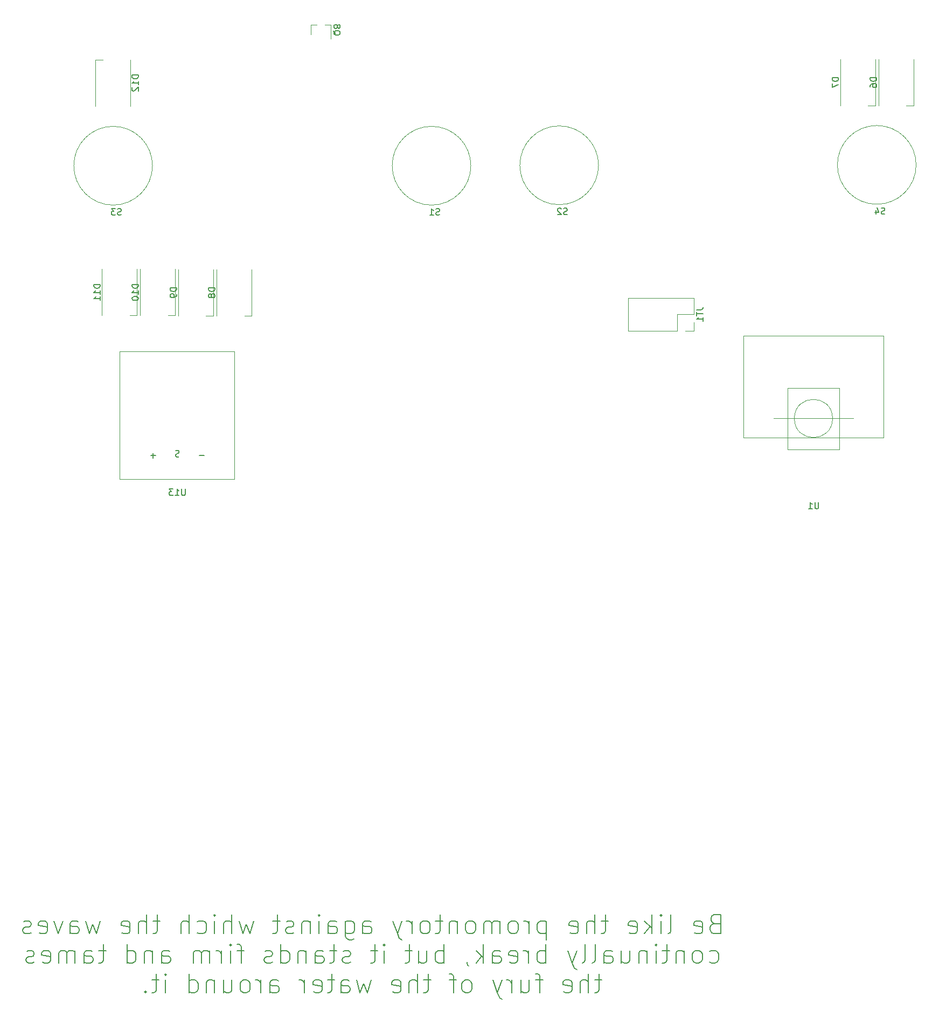
<source format=gbr>
%TF.GenerationSoftware,KiCad,Pcbnew,5.1.7-a382d34a8~88~ubuntu20.04.1*%
%TF.CreationDate,2021-05-08T15:19:39+02:00*%
%TF.ProjectId,OpenCelluloid,4f70656e-4365-46c6-9c75-6c6f69642e6b,rev?*%
%TF.SameCoordinates,Original*%
%TF.FileFunction,Legend,Bot*%
%TF.FilePolarity,Positive*%
%FSLAX46Y46*%
G04 Gerber Fmt 4.6, Leading zero omitted, Abs format (unit mm)*
G04 Created by KiCad (PCBNEW 5.1.7-a382d34a8~88~ubuntu20.04.1) date 2021-05-08 15:19:39*
%MOMM*%
%LPD*%
G01*
G04 APERTURE LIST*
%ADD10C,0.150000*%
%ADD11C,0.120000*%
G04 APERTURE END LIST*
D10*
X309535714Y-250885714D02*
X309107142Y-251028571D01*
X308964285Y-251171428D01*
X308821428Y-251457142D01*
X308821428Y-251885714D01*
X308964285Y-252171428D01*
X309107142Y-252314285D01*
X309392857Y-252457142D01*
X310535714Y-252457142D01*
X310535714Y-249457142D01*
X309535714Y-249457142D01*
X309250000Y-249600000D01*
X309107142Y-249742857D01*
X308964285Y-250028571D01*
X308964285Y-250314285D01*
X309107142Y-250600000D01*
X309250000Y-250742857D01*
X309535714Y-250885714D01*
X310535714Y-250885714D01*
X306392857Y-252314285D02*
X306678571Y-252457142D01*
X307250000Y-252457142D01*
X307535714Y-252314285D01*
X307678571Y-252028571D01*
X307678571Y-250885714D01*
X307535714Y-250600000D01*
X307250000Y-250457142D01*
X306678571Y-250457142D01*
X306392857Y-250600000D01*
X306250000Y-250885714D01*
X306250000Y-251171428D01*
X307678571Y-251457142D01*
X302250000Y-252457142D02*
X302535714Y-252314285D01*
X302678571Y-252028571D01*
X302678571Y-249457142D01*
X301107142Y-252457142D02*
X301107142Y-250457142D01*
X301107142Y-249457142D02*
X301250000Y-249600000D01*
X301107142Y-249742857D01*
X300964285Y-249600000D01*
X301107142Y-249457142D01*
X301107142Y-249742857D01*
X299678571Y-252457142D02*
X299678571Y-249457142D01*
X299392857Y-251314285D02*
X298535714Y-252457142D01*
X298535714Y-250457142D02*
X299678571Y-251600000D01*
X296107142Y-252314285D02*
X296392857Y-252457142D01*
X296964285Y-252457142D01*
X297250000Y-252314285D01*
X297392857Y-252028571D01*
X297392857Y-250885714D01*
X297250000Y-250600000D01*
X296964285Y-250457142D01*
X296392857Y-250457142D01*
X296107142Y-250600000D01*
X295964285Y-250885714D01*
X295964285Y-251171428D01*
X297392857Y-251457142D01*
X292821428Y-250457142D02*
X291678571Y-250457142D01*
X292392857Y-249457142D02*
X292392857Y-252028571D01*
X292250000Y-252314285D01*
X291964285Y-252457142D01*
X291678571Y-252457142D01*
X290678571Y-252457142D02*
X290678571Y-249457142D01*
X289392857Y-252457142D02*
X289392857Y-250885714D01*
X289535714Y-250600000D01*
X289821428Y-250457142D01*
X290250000Y-250457142D01*
X290535714Y-250600000D01*
X290678571Y-250742857D01*
X286821428Y-252314285D02*
X287107142Y-252457142D01*
X287678571Y-252457142D01*
X287964285Y-252314285D01*
X288107142Y-252028571D01*
X288107142Y-250885714D01*
X287964285Y-250600000D01*
X287678571Y-250457142D01*
X287107142Y-250457142D01*
X286821428Y-250600000D01*
X286678571Y-250885714D01*
X286678571Y-251171428D01*
X288107142Y-251457142D01*
X283107142Y-250457142D02*
X283107142Y-253457142D01*
X283107142Y-250600000D02*
X282821428Y-250457142D01*
X282250000Y-250457142D01*
X281964285Y-250600000D01*
X281821428Y-250742857D01*
X281678571Y-251028571D01*
X281678571Y-251885714D01*
X281821428Y-252171428D01*
X281964285Y-252314285D01*
X282250000Y-252457142D01*
X282821428Y-252457142D01*
X283107142Y-252314285D01*
X280392857Y-252457142D02*
X280392857Y-250457142D01*
X280392857Y-251028571D02*
X280250000Y-250742857D01*
X280107142Y-250600000D01*
X279821428Y-250457142D01*
X279535714Y-250457142D01*
X278107142Y-252457142D02*
X278392857Y-252314285D01*
X278535714Y-252171428D01*
X278678571Y-251885714D01*
X278678571Y-251028571D01*
X278535714Y-250742857D01*
X278392857Y-250600000D01*
X278107142Y-250457142D01*
X277678571Y-250457142D01*
X277392857Y-250600000D01*
X277250000Y-250742857D01*
X277107142Y-251028571D01*
X277107142Y-251885714D01*
X277250000Y-252171428D01*
X277392857Y-252314285D01*
X277678571Y-252457142D01*
X278107142Y-252457142D01*
X275821428Y-252457142D02*
X275821428Y-250457142D01*
X275821428Y-250742857D02*
X275678571Y-250600000D01*
X275392857Y-250457142D01*
X274964285Y-250457142D01*
X274678571Y-250600000D01*
X274535714Y-250885714D01*
X274535714Y-252457142D01*
X274535714Y-250885714D02*
X274392857Y-250600000D01*
X274107142Y-250457142D01*
X273678571Y-250457142D01*
X273392857Y-250600000D01*
X273250000Y-250885714D01*
X273250000Y-252457142D01*
X271392857Y-252457142D02*
X271678571Y-252314285D01*
X271821428Y-252171428D01*
X271964285Y-251885714D01*
X271964285Y-251028571D01*
X271821428Y-250742857D01*
X271678571Y-250600000D01*
X271392857Y-250457142D01*
X270964285Y-250457142D01*
X270678571Y-250600000D01*
X270535714Y-250742857D01*
X270392857Y-251028571D01*
X270392857Y-251885714D01*
X270535714Y-252171428D01*
X270678571Y-252314285D01*
X270964285Y-252457142D01*
X271392857Y-252457142D01*
X269107142Y-250457142D02*
X269107142Y-252457142D01*
X269107142Y-250742857D02*
X268964285Y-250600000D01*
X268678571Y-250457142D01*
X268250000Y-250457142D01*
X267964285Y-250600000D01*
X267821428Y-250885714D01*
X267821428Y-252457142D01*
X266821428Y-250457142D02*
X265678571Y-250457142D01*
X266392857Y-249457142D02*
X266392857Y-252028571D01*
X266250000Y-252314285D01*
X265964285Y-252457142D01*
X265678571Y-252457142D01*
X264250000Y-252457142D02*
X264535714Y-252314285D01*
X264678571Y-252171428D01*
X264821428Y-251885714D01*
X264821428Y-251028571D01*
X264678571Y-250742857D01*
X264535714Y-250600000D01*
X264250000Y-250457142D01*
X263821428Y-250457142D01*
X263535714Y-250600000D01*
X263392857Y-250742857D01*
X263250000Y-251028571D01*
X263250000Y-251885714D01*
X263392857Y-252171428D01*
X263535714Y-252314285D01*
X263821428Y-252457142D01*
X264250000Y-252457142D01*
X261964285Y-252457142D02*
X261964285Y-250457142D01*
X261964285Y-251028571D02*
X261821428Y-250742857D01*
X261678571Y-250600000D01*
X261392857Y-250457142D01*
X261107142Y-250457142D01*
X260392857Y-250457142D02*
X259678571Y-252457142D01*
X258964285Y-250457142D02*
X259678571Y-252457142D01*
X259964285Y-253171428D01*
X260107142Y-253314285D01*
X260392857Y-253457142D01*
X254250000Y-252457142D02*
X254250000Y-250885714D01*
X254392857Y-250600000D01*
X254678571Y-250457142D01*
X255250000Y-250457142D01*
X255535714Y-250600000D01*
X254250000Y-252314285D02*
X254535714Y-252457142D01*
X255250000Y-252457142D01*
X255535714Y-252314285D01*
X255678571Y-252028571D01*
X255678571Y-251742857D01*
X255535714Y-251457142D01*
X255250000Y-251314285D01*
X254535714Y-251314285D01*
X254250000Y-251171428D01*
X251535714Y-250457142D02*
X251535714Y-252885714D01*
X251678571Y-253171428D01*
X251821428Y-253314285D01*
X252107142Y-253457142D01*
X252535714Y-253457142D01*
X252821428Y-253314285D01*
X251535714Y-252314285D02*
X251821428Y-252457142D01*
X252392857Y-252457142D01*
X252678571Y-252314285D01*
X252821428Y-252171428D01*
X252964285Y-251885714D01*
X252964285Y-251028571D01*
X252821428Y-250742857D01*
X252678571Y-250600000D01*
X252392857Y-250457142D01*
X251821428Y-250457142D01*
X251535714Y-250600000D01*
X248821428Y-252457142D02*
X248821428Y-250885714D01*
X248964285Y-250600000D01*
X249250000Y-250457142D01*
X249821428Y-250457142D01*
X250107142Y-250600000D01*
X248821428Y-252314285D02*
X249107142Y-252457142D01*
X249821428Y-252457142D01*
X250107142Y-252314285D01*
X250250000Y-252028571D01*
X250250000Y-251742857D01*
X250107142Y-251457142D01*
X249821428Y-251314285D01*
X249107142Y-251314285D01*
X248821428Y-251171428D01*
X247392857Y-252457142D02*
X247392857Y-250457142D01*
X247392857Y-249457142D02*
X247535714Y-249600000D01*
X247392857Y-249742857D01*
X247250000Y-249600000D01*
X247392857Y-249457142D01*
X247392857Y-249742857D01*
X245964285Y-250457142D02*
X245964285Y-252457142D01*
X245964285Y-250742857D02*
X245821428Y-250600000D01*
X245535714Y-250457142D01*
X245107142Y-250457142D01*
X244821428Y-250600000D01*
X244678571Y-250885714D01*
X244678571Y-252457142D01*
X243392857Y-252314285D02*
X243107142Y-252457142D01*
X242535714Y-252457142D01*
X242250000Y-252314285D01*
X242107142Y-252028571D01*
X242107142Y-251885714D01*
X242250000Y-251600000D01*
X242535714Y-251457142D01*
X242964285Y-251457142D01*
X243250000Y-251314285D01*
X243392857Y-251028571D01*
X243392857Y-250885714D01*
X243250000Y-250600000D01*
X242964285Y-250457142D01*
X242535714Y-250457142D01*
X242250000Y-250600000D01*
X241250000Y-250457142D02*
X240107142Y-250457142D01*
X240821428Y-249457142D02*
X240821428Y-252028571D01*
X240678571Y-252314285D01*
X240392857Y-252457142D01*
X240107142Y-252457142D01*
X237107142Y-250457142D02*
X236535714Y-252457142D01*
X235964285Y-251028571D01*
X235392857Y-252457142D01*
X234821428Y-250457142D01*
X233678571Y-252457142D02*
X233678571Y-249457142D01*
X232392857Y-252457142D02*
X232392857Y-250885714D01*
X232535714Y-250600000D01*
X232821428Y-250457142D01*
X233250000Y-250457142D01*
X233535714Y-250600000D01*
X233678571Y-250742857D01*
X230964285Y-252457142D02*
X230964285Y-250457142D01*
X230964285Y-249457142D02*
X231107142Y-249600000D01*
X230964285Y-249742857D01*
X230821428Y-249600000D01*
X230964285Y-249457142D01*
X230964285Y-249742857D01*
X228250000Y-252314285D02*
X228535714Y-252457142D01*
X229107142Y-252457142D01*
X229392857Y-252314285D01*
X229535714Y-252171428D01*
X229678571Y-251885714D01*
X229678571Y-251028571D01*
X229535714Y-250742857D01*
X229392857Y-250600000D01*
X229107142Y-250457142D01*
X228535714Y-250457142D01*
X228250000Y-250600000D01*
X226964285Y-252457142D02*
X226964285Y-249457142D01*
X225678571Y-252457142D02*
X225678571Y-250885714D01*
X225821428Y-250600000D01*
X226107142Y-250457142D01*
X226535714Y-250457142D01*
X226821428Y-250600000D01*
X226964285Y-250742857D01*
X222392857Y-250457142D02*
X221250000Y-250457142D01*
X221964285Y-249457142D02*
X221964285Y-252028571D01*
X221821428Y-252314285D01*
X221535714Y-252457142D01*
X221250000Y-252457142D01*
X220250000Y-252457142D02*
X220250000Y-249457142D01*
X218964285Y-252457142D02*
X218964285Y-250885714D01*
X219107142Y-250600000D01*
X219392857Y-250457142D01*
X219821428Y-250457142D01*
X220107142Y-250600000D01*
X220250000Y-250742857D01*
X216392857Y-252314285D02*
X216678571Y-252457142D01*
X217250000Y-252457142D01*
X217535714Y-252314285D01*
X217678571Y-252028571D01*
X217678571Y-250885714D01*
X217535714Y-250600000D01*
X217250000Y-250457142D01*
X216678571Y-250457142D01*
X216392857Y-250600000D01*
X216250000Y-250885714D01*
X216250000Y-251171428D01*
X217678571Y-251457142D01*
X212964285Y-250457142D02*
X212392857Y-252457142D01*
X211821428Y-251028571D01*
X211250000Y-252457142D01*
X210678571Y-250457142D01*
X208250000Y-252457142D02*
X208250000Y-250885714D01*
X208392857Y-250600000D01*
X208678571Y-250457142D01*
X209250000Y-250457142D01*
X209535714Y-250600000D01*
X208250000Y-252314285D02*
X208535714Y-252457142D01*
X209250000Y-252457142D01*
X209535714Y-252314285D01*
X209678571Y-252028571D01*
X209678571Y-251742857D01*
X209535714Y-251457142D01*
X209250000Y-251314285D01*
X208535714Y-251314285D01*
X208250000Y-251171428D01*
X207107142Y-250457142D02*
X206392857Y-252457142D01*
X205678571Y-250457142D01*
X203392857Y-252314285D02*
X203678571Y-252457142D01*
X204250000Y-252457142D01*
X204535714Y-252314285D01*
X204678571Y-252028571D01*
X204678571Y-250885714D01*
X204535714Y-250600000D01*
X204250000Y-250457142D01*
X203678571Y-250457142D01*
X203392857Y-250600000D01*
X203250000Y-250885714D01*
X203250000Y-251171428D01*
X204678571Y-251457142D01*
X202107142Y-252314285D02*
X201821428Y-252457142D01*
X201250000Y-252457142D01*
X200964285Y-252314285D01*
X200821428Y-252028571D01*
X200821428Y-251885714D01*
X200964285Y-251600000D01*
X201250000Y-251457142D01*
X201678571Y-251457142D01*
X201964285Y-251314285D01*
X202107142Y-251028571D01*
X202107142Y-250885714D01*
X201964285Y-250600000D01*
X201678571Y-250457142D01*
X201250000Y-250457142D01*
X200964285Y-250600000D01*
X308750000Y-256964285D02*
X309035714Y-257107142D01*
X309607142Y-257107142D01*
X309892857Y-256964285D01*
X310035714Y-256821428D01*
X310178571Y-256535714D01*
X310178571Y-255678571D01*
X310035714Y-255392857D01*
X309892857Y-255250000D01*
X309607142Y-255107142D01*
X309035714Y-255107142D01*
X308750000Y-255250000D01*
X307035714Y-257107142D02*
X307321428Y-256964285D01*
X307464285Y-256821428D01*
X307607142Y-256535714D01*
X307607142Y-255678571D01*
X307464285Y-255392857D01*
X307321428Y-255250000D01*
X307035714Y-255107142D01*
X306607142Y-255107142D01*
X306321428Y-255250000D01*
X306178571Y-255392857D01*
X306035714Y-255678571D01*
X306035714Y-256535714D01*
X306178571Y-256821428D01*
X306321428Y-256964285D01*
X306607142Y-257107142D01*
X307035714Y-257107142D01*
X304750000Y-255107142D02*
X304750000Y-257107142D01*
X304750000Y-255392857D02*
X304607142Y-255250000D01*
X304321428Y-255107142D01*
X303892857Y-255107142D01*
X303607142Y-255250000D01*
X303464285Y-255535714D01*
X303464285Y-257107142D01*
X302464285Y-255107142D02*
X301321428Y-255107142D01*
X302035714Y-254107142D02*
X302035714Y-256678571D01*
X301892857Y-256964285D01*
X301607142Y-257107142D01*
X301321428Y-257107142D01*
X300321428Y-257107142D02*
X300321428Y-255107142D01*
X300321428Y-254107142D02*
X300464285Y-254250000D01*
X300321428Y-254392857D01*
X300178571Y-254250000D01*
X300321428Y-254107142D01*
X300321428Y-254392857D01*
X298892857Y-255107142D02*
X298892857Y-257107142D01*
X298892857Y-255392857D02*
X298750000Y-255250000D01*
X298464285Y-255107142D01*
X298035714Y-255107142D01*
X297750000Y-255250000D01*
X297607142Y-255535714D01*
X297607142Y-257107142D01*
X294892857Y-255107142D02*
X294892857Y-257107142D01*
X296178571Y-255107142D02*
X296178571Y-256678571D01*
X296035714Y-256964285D01*
X295750000Y-257107142D01*
X295321428Y-257107142D01*
X295035714Y-256964285D01*
X294892857Y-256821428D01*
X292178571Y-257107142D02*
X292178571Y-255535714D01*
X292321428Y-255250000D01*
X292607142Y-255107142D01*
X293178571Y-255107142D01*
X293464285Y-255250000D01*
X292178571Y-256964285D02*
X292464285Y-257107142D01*
X293178571Y-257107142D01*
X293464285Y-256964285D01*
X293607142Y-256678571D01*
X293607142Y-256392857D01*
X293464285Y-256107142D01*
X293178571Y-255964285D01*
X292464285Y-255964285D01*
X292178571Y-255821428D01*
X290321428Y-257107142D02*
X290607142Y-256964285D01*
X290750000Y-256678571D01*
X290750000Y-254107142D01*
X288750000Y-257107142D02*
X289035714Y-256964285D01*
X289178571Y-256678571D01*
X289178571Y-254107142D01*
X287892857Y-255107142D02*
X287178571Y-257107142D01*
X286464285Y-255107142D02*
X287178571Y-257107142D01*
X287464285Y-257821428D01*
X287607142Y-257964285D01*
X287892857Y-258107142D01*
X283035714Y-257107142D02*
X283035714Y-254107142D01*
X283035714Y-255250000D02*
X282750000Y-255107142D01*
X282178571Y-255107142D01*
X281892857Y-255250000D01*
X281750000Y-255392857D01*
X281607142Y-255678571D01*
X281607142Y-256535714D01*
X281750000Y-256821428D01*
X281892857Y-256964285D01*
X282178571Y-257107142D01*
X282750000Y-257107142D01*
X283035714Y-256964285D01*
X280321428Y-257107142D02*
X280321428Y-255107142D01*
X280321428Y-255678571D02*
X280178571Y-255392857D01*
X280035714Y-255250000D01*
X279750000Y-255107142D01*
X279464285Y-255107142D01*
X277321428Y-256964285D02*
X277607142Y-257107142D01*
X278178571Y-257107142D01*
X278464285Y-256964285D01*
X278607142Y-256678571D01*
X278607142Y-255535714D01*
X278464285Y-255250000D01*
X278178571Y-255107142D01*
X277607142Y-255107142D01*
X277321428Y-255250000D01*
X277178571Y-255535714D01*
X277178571Y-255821428D01*
X278607142Y-256107142D01*
X274607142Y-257107142D02*
X274607142Y-255535714D01*
X274750000Y-255250000D01*
X275035714Y-255107142D01*
X275607142Y-255107142D01*
X275892857Y-255250000D01*
X274607142Y-256964285D02*
X274892857Y-257107142D01*
X275607142Y-257107142D01*
X275892857Y-256964285D01*
X276035714Y-256678571D01*
X276035714Y-256392857D01*
X275892857Y-256107142D01*
X275607142Y-255964285D01*
X274892857Y-255964285D01*
X274607142Y-255821428D01*
X273178571Y-257107142D02*
X273178571Y-254107142D01*
X272892857Y-255964285D02*
X272035714Y-257107142D01*
X272035714Y-255107142D02*
X273178571Y-256250000D01*
X270607142Y-256964285D02*
X270607142Y-257107142D01*
X270750000Y-257392857D01*
X270892857Y-257535714D01*
X267035714Y-257107142D02*
X267035714Y-254107142D01*
X267035714Y-255250000D02*
X266750000Y-255107142D01*
X266178571Y-255107142D01*
X265892857Y-255250000D01*
X265750000Y-255392857D01*
X265607142Y-255678571D01*
X265607142Y-256535714D01*
X265750000Y-256821428D01*
X265892857Y-256964285D01*
X266178571Y-257107142D01*
X266750000Y-257107142D01*
X267035714Y-256964285D01*
X263035714Y-255107142D02*
X263035714Y-257107142D01*
X264321428Y-255107142D02*
X264321428Y-256678571D01*
X264178571Y-256964285D01*
X263892857Y-257107142D01*
X263464285Y-257107142D01*
X263178571Y-256964285D01*
X263035714Y-256821428D01*
X262035714Y-255107142D02*
X260892857Y-255107142D01*
X261607142Y-254107142D02*
X261607142Y-256678571D01*
X261464285Y-256964285D01*
X261178571Y-257107142D01*
X260892857Y-257107142D01*
X257607142Y-257107142D02*
X257607142Y-255107142D01*
X257607142Y-254107142D02*
X257750000Y-254250000D01*
X257607142Y-254392857D01*
X257464285Y-254250000D01*
X257607142Y-254107142D01*
X257607142Y-254392857D01*
X256607142Y-255107142D02*
X255464285Y-255107142D01*
X256178571Y-254107142D02*
X256178571Y-256678571D01*
X256035714Y-256964285D01*
X255750000Y-257107142D01*
X255464285Y-257107142D01*
X252321428Y-256964285D02*
X252035714Y-257107142D01*
X251464285Y-257107142D01*
X251178571Y-256964285D01*
X251035714Y-256678571D01*
X251035714Y-256535714D01*
X251178571Y-256250000D01*
X251464285Y-256107142D01*
X251892857Y-256107142D01*
X252178571Y-255964285D01*
X252321428Y-255678571D01*
X252321428Y-255535714D01*
X252178571Y-255250000D01*
X251892857Y-255107142D01*
X251464285Y-255107142D01*
X251178571Y-255250000D01*
X250178571Y-255107142D02*
X249035714Y-255107142D01*
X249750000Y-254107142D02*
X249750000Y-256678571D01*
X249607142Y-256964285D01*
X249321428Y-257107142D01*
X249035714Y-257107142D01*
X246750000Y-257107142D02*
X246750000Y-255535714D01*
X246892857Y-255250000D01*
X247178571Y-255107142D01*
X247750000Y-255107142D01*
X248035714Y-255250000D01*
X246750000Y-256964285D02*
X247035714Y-257107142D01*
X247750000Y-257107142D01*
X248035714Y-256964285D01*
X248178571Y-256678571D01*
X248178571Y-256392857D01*
X248035714Y-256107142D01*
X247750000Y-255964285D01*
X247035714Y-255964285D01*
X246750000Y-255821428D01*
X245321428Y-255107142D02*
X245321428Y-257107142D01*
X245321428Y-255392857D02*
X245178571Y-255250000D01*
X244892857Y-255107142D01*
X244464285Y-255107142D01*
X244178571Y-255250000D01*
X244035714Y-255535714D01*
X244035714Y-257107142D01*
X241321428Y-257107142D02*
X241321428Y-254107142D01*
X241321428Y-256964285D02*
X241607142Y-257107142D01*
X242178571Y-257107142D01*
X242464285Y-256964285D01*
X242607142Y-256821428D01*
X242750000Y-256535714D01*
X242750000Y-255678571D01*
X242607142Y-255392857D01*
X242464285Y-255250000D01*
X242178571Y-255107142D01*
X241607142Y-255107142D01*
X241321428Y-255250000D01*
X240035714Y-256964285D02*
X239750000Y-257107142D01*
X239178571Y-257107142D01*
X238892857Y-256964285D01*
X238750000Y-256678571D01*
X238750000Y-256535714D01*
X238892857Y-256250000D01*
X239178571Y-256107142D01*
X239607142Y-256107142D01*
X239892857Y-255964285D01*
X240035714Y-255678571D01*
X240035714Y-255535714D01*
X239892857Y-255250000D01*
X239607142Y-255107142D01*
X239178571Y-255107142D01*
X238892857Y-255250000D01*
X235607142Y-255107142D02*
X234464285Y-255107142D01*
X235178571Y-257107142D02*
X235178571Y-254535714D01*
X235035714Y-254250000D01*
X234750000Y-254107142D01*
X234464285Y-254107142D01*
X233464285Y-257107142D02*
X233464285Y-255107142D01*
X233464285Y-254107142D02*
X233607142Y-254250000D01*
X233464285Y-254392857D01*
X233321428Y-254250000D01*
X233464285Y-254107142D01*
X233464285Y-254392857D01*
X232035714Y-257107142D02*
X232035714Y-255107142D01*
X232035714Y-255678571D02*
X231892857Y-255392857D01*
X231750000Y-255250000D01*
X231464285Y-255107142D01*
X231178571Y-255107142D01*
X230178571Y-257107142D02*
X230178571Y-255107142D01*
X230178571Y-255392857D02*
X230035714Y-255250000D01*
X229750000Y-255107142D01*
X229321428Y-255107142D01*
X229035714Y-255250000D01*
X228892857Y-255535714D01*
X228892857Y-257107142D01*
X228892857Y-255535714D02*
X228750000Y-255250000D01*
X228464285Y-255107142D01*
X228035714Y-255107142D01*
X227750000Y-255250000D01*
X227607142Y-255535714D01*
X227607142Y-257107142D01*
X222607142Y-257107142D02*
X222607142Y-255535714D01*
X222750000Y-255250000D01*
X223035714Y-255107142D01*
X223607142Y-255107142D01*
X223892857Y-255250000D01*
X222607142Y-256964285D02*
X222892857Y-257107142D01*
X223607142Y-257107142D01*
X223892857Y-256964285D01*
X224035714Y-256678571D01*
X224035714Y-256392857D01*
X223892857Y-256107142D01*
X223607142Y-255964285D01*
X222892857Y-255964285D01*
X222607142Y-255821428D01*
X221178571Y-255107142D02*
X221178571Y-257107142D01*
X221178571Y-255392857D02*
X221035714Y-255250000D01*
X220750000Y-255107142D01*
X220321428Y-255107142D01*
X220035714Y-255250000D01*
X219892857Y-255535714D01*
X219892857Y-257107142D01*
X217178571Y-257107142D02*
X217178571Y-254107142D01*
X217178571Y-256964285D02*
X217464285Y-257107142D01*
X218035714Y-257107142D01*
X218321428Y-256964285D01*
X218464285Y-256821428D01*
X218607142Y-256535714D01*
X218607142Y-255678571D01*
X218464285Y-255392857D01*
X218321428Y-255250000D01*
X218035714Y-255107142D01*
X217464285Y-255107142D01*
X217178571Y-255250000D01*
X213892857Y-255107142D02*
X212750000Y-255107142D01*
X213464285Y-254107142D02*
X213464285Y-256678571D01*
X213321428Y-256964285D01*
X213035714Y-257107142D01*
X212750000Y-257107142D01*
X210464285Y-257107142D02*
X210464285Y-255535714D01*
X210607142Y-255250000D01*
X210892857Y-255107142D01*
X211464285Y-255107142D01*
X211750000Y-255250000D01*
X210464285Y-256964285D02*
X210750000Y-257107142D01*
X211464285Y-257107142D01*
X211750000Y-256964285D01*
X211892857Y-256678571D01*
X211892857Y-256392857D01*
X211750000Y-256107142D01*
X211464285Y-255964285D01*
X210750000Y-255964285D01*
X210464285Y-255821428D01*
X209035714Y-257107142D02*
X209035714Y-255107142D01*
X209035714Y-255392857D02*
X208892857Y-255250000D01*
X208607142Y-255107142D01*
X208178571Y-255107142D01*
X207892857Y-255250000D01*
X207750000Y-255535714D01*
X207750000Y-257107142D01*
X207750000Y-255535714D02*
X207607142Y-255250000D01*
X207321428Y-255107142D01*
X206892857Y-255107142D01*
X206607142Y-255250000D01*
X206464285Y-255535714D01*
X206464285Y-257107142D01*
X203892857Y-256964285D02*
X204178571Y-257107142D01*
X204750000Y-257107142D01*
X205035714Y-256964285D01*
X205178571Y-256678571D01*
X205178571Y-255535714D01*
X205035714Y-255250000D01*
X204750000Y-255107142D01*
X204178571Y-255107142D01*
X203892857Y-255250000D01*
X203750000Y-255535714D01*
X203750000Y-255821428D01*
X205178571Y-256107142D01*
X202607142Y-256964285D02*
X202321428Y-257107142D01*
X201750000Y-257107142D01*
X201464285Y-256964285D01*
X201321428Y-256678571D01*
X201321428Y-256535714D01*
X201464285Y-256250000D01*
X201750000Y-256107142D01*
X202178571Y-256107142D01*
X202464285Y-255964285D01*
X202607142Y-255678571D01*
X202607142Y-255535714D01*
X202464285Y-255250000D01*
X202178571Y-255107142D01*
X201750000Y-255107142D01*
X201464285Y-255250000D01*
X291821428Y-259757142D02*
X290678571Y-259757142D01*
X291392857Y-258757142D02*
X291392857Y-261328571D01*
X291250000Y-261614285D01*
X290964285Y-261757142D01*
X290678571Y-261757142D01*
X289678571Y-261757142D02*
X289678571Y-258757142D01*
X288392857Y-261757142D02*
X288392857Y-260185714D01*
X288535714Y-259900000D01*
X288821428Y-259757142D01*
X289250000Y-259757142D01*
X289535714Y-259900000D01*
X289678571Y-260042857D01*
X285821428Y-261614285D02*
X286107142Y-261757142D01*
X286678571Y-261757142D01*
X286964285Y-261614285D01*
X287107142Y-261328571D01*
X287107142Y-260185714D01*
X286964285Y-259900000D01*
X286678571Y-259757142D01*
X286107142Y-259757142D01*
X285821428Y-259900000D01*
X285678571Y-260185714D01*
X285678571Y-260471428D01*
X287107142Y-260757142D01*
X282535714Y-259757142D02*
X281392857Y-259757142D01*
X282107142Y-261757142D02*
X282107142Y-259185714D01*
X281964285Y-258900000D01*
X281678571Y-258757142D01*
X281392857Y-258757142D01*
X279107142Y-259757142D02*
X279107142Y-261757142D01*
X280392857Y-259757142D02*
X280392857Y-261328571D01*
X280250000Y-261614285D01*
X279964285Y-261757142D01*
X279535714Y-261757142D01*
X279250000Y-261614285D01*
X279107142Y-261471428D01*
X277678571Y-261757142D02*
X277678571Y-259757142D01*
X277678571Y-260328571D02*
X277535714Y-260042857D01*
X277392857Y-259900000D01*
X277107142Y-259757142D01*
X276821428Y-259757142D01*
X276107142Y-259757142D02*
X275392857Y-261757142D01*
X274678571Y-259757142D02*
X275392857Y-261757142D01*
X275678571Y-262471428D01*
X275821428Y-262614285D01*
X276107142Y-262757142D01*
X270821428Y-261757142D02*
X271107142Y-261614285D01*
X271250000Y-261471428D01*
X271392857Y-261185714D01*
X271392857Y-260328571D01*
X271250000Y-260042857D01*
X271107142Y-259900000D01*
X270821428Y-259757142D01*
X270392857Y-259757142D01*
X270107142Y-259900000D01*
X269964285Y-260042857D01*
X269821428Y-260328571D01*
X269821428Y-261185714D01*
X269964285Y-261471428D01*
X270107142Y-261614285D01*
X270392857Y-261757142D01*
X270821428Y-261757142D01*
X268964285Y-259757142D02*
X267821428Y-259757142D01*
X268535714Y-261757142D02*
X268535714Y-259185714D01*
X268392857Y-258900000D01*
X268107142Y-258757142D01*
X267821428Y-258757142D01*
X264964285Y-259757142D02*
X263821428Y-259757142D01*
X264535714Y-258757142D02*
X264535714Y-261328571D01*
X264392857Y-261614285D01*
X264107142Y-261757142D01*
X263821428Y-261757142D01*
X262821428Y-261757142D02*
X262821428Y-258757142D01*
X261535714Y-261757142D02*
X261535714Y-260185714D01*
X261678571Y-259900000D01*
X261964285Y-259757142D01*
X262392857Y-259757142D01*
X262678571Y-259900000D01*
X262821428Y-260042857D01*
X258964285Y-261614285D02*
X259249999Y-261757142D01*
X259821428Y-261757142D01*
X260107142Y-261614285D01*
X260249999Y-261328571D01*
X260249999Y-260185714D01*
X260107142Y-259900000D01*
X259821428Y-259757142D01*
X259249999Y-259757142D01*
X258964285Y-259900000D01*
X258821428Y-260185714D01*
X258821428Y-260471428D01*
X260249999Y-260757142D01*
X255535714Y-259757142D02*
X254964285Y-261757142D01*
X254392857Y-260328571D01*
X253821428Y-261757142D01*
X253249999Y-259757142D01*
X250821428Y-261757142D02*
X250821428Y-260185714D01*
X250964285Y-259900000D01*
X251249999Y-259757142D01*
X251821428Y-259757142D01*
X252107142Y-259900000D01*
X250821428Y-261614285D02*
X251107142Y-261757142D01*
X251821428Y-261757142D01*
X252107142Y-261614285D01*
X252249999Y-261328571D01*
X252249999Y-261042857D01*
X252107142Y-260757142D01*
X251821428Y-260614285D01*
X251107142Y-260614285D01*
X250821428Y-260471428D01*
X249821428Y-259757142D02*
X248678571Y-259757142D01*
X249392857Y-258757142D02*
X249392857Y-261328571D01*
X249249999Y-261614285D01*
X248964285Y-261757142D01*
X248678571Y-261757142D01*
X246535714Y-261614285D02*
X246821428Y-261757142D01*
X247392857Y-261757142D01*
X247678571Y-261614285D01*
X247821428Y-261328571D01*
X247821428Y-260185714D01*
X247678571Y-259900000D01*
X247392857Y-259757142D01*
X246821428Y-259757142D01*
X246535714Y-259900000D01*
X246392857Y-260185714D01*
X246392857Y-260471428D01*
X247821428Y-260757142D01*
X245107142Y-261757142D02*
X245107142Y-259757142D01*
X245107142Y-260328571D02*
X244964285Y-260042857D01*
X244821428Y-259900000D01*
X244535714Y-259757142D01*
X244250000Y-259757142D01*
X239678571Y-261757142D02*
X239678571Y-260185714D01*
X239821428Y-259900000D01*
X240107142Y-259757142D01*
X240678571Y-259757142D01*
X240964285Y-259900000D01*
X239678571Y-261614285D02*
X239964285Y-261757142D01*
X240678571Y-261757142D01*
X240964285Y-261614285D01*
X241107142Y-261328571D01*
X241107142Y-261042857D01*
X240964285Y-260757142D01*
X240678571Y-260614285D01*
X239964285Y-260614285D01*
X239678571Y-260471428D01*
X238250000Y-261757142D02*
X238250000Y-259757142D01*
X238250000Y-260328571D02*
X238107142Y-260042857D01*
X237964285Y-259900000D01*
X237678571Y-259757142D01*
X237392857Y-259757142D01*
X235964285Y-261757142D02*
X236249999Y-261614285D01*
X236392857Y-261471428D01*
X236535714Y-261185714D01*
X236535714Y-260328571D01*
X236392857Y-260042857D01*
X236249999Y-259900000D01*
X235964285Y-259757142D01*
X235535714Y-259757142D01*
X235249999Y-259900000D01*
X235107142Y-260042857D01*
X234964285Y-260328571D01*
X234964285Y-261185714D01*
X235107142Y-261471428D01*
X235249999Y-261614285D01*
X235535714Y-261757142D01*
X235964285Y-261757142D01*
X232392857Y-259757142D02*
X232392857Y-261757142D01*
X233678571Y-259757142D02*
X233678571Y-261328571D01*
X233535714Y-261614285D01*
X233249999Y-261757142D01*
X232821428Y-261757142D01*
X232535714Y-261614285D01*
X232392857Y-261471428D01*
X230964285Y-259757142D02*
X230964285Y-261757142D01*
X230964285Y-260042857D02*
X230821428Y-259900000D01*
X230535714Y-259757142D01*
X230107142Y-259757142D01*
X229821428Y-259900000D01*
X229678571Y-260185714D01*
X229678571Y-261757142D01*
X226964285Y-261757142D02*
X226964285Y-258757142D01*
X226964285Y-261614285D02*
X227249999Y-261757142D01*
X227821428Y-261757142D01*
X228107142Y-261614285D01*
X228249999Y-261471428D01*
X228392857Y-261185714D01*
X228392857Y-260328571D01*
X228249999Y-260042857D01*
X228107142Y-259900000D01*
X227821428Y-259757142D01*
X227249999Y-259757142D01*
X226964285Y-259900000D01*
X223249999Y-261757142D02*
X223249999Y-259757142D01*
X223249999Y-258757142D02*
X223392857Y-258900000D01*
X223249999Y-259042857D01*
X223107142Y-258900000D01*
X223249999Y-258757142D01*
X223249999Y-259042857D01*
X222249999Y-259757142D02*
X221107142Y-259757142D01*
X221821428Y-258757142D02*
X221821428Y-261328571D01*
X221678571Y-261614285D01*
X221392857Y-261757142D01*
X221107142Y-261757142D01*
X220107142Y-261471428D02*
X219964285Y-261614285D01*
X220107142Y-261757142D01*
X220249999Y-261614285D01*
X220107142Y-261471428D01*
X220107142Y-261757142D01*
D11*
%TO.C,U13*%
X216069400Y-181077600D02*
X234069400Y-181077600D01*
X216069400Y-161021600D02*
X216069400Y-181077600D01*
X234069400Y-161021600D02*
X234069400Y-181077600D01*
X216069400Y-161021600D02*
X234069400Y-161021600D01*
%TO.C,U1*%
X314076800Y-174532600D02*
X314076800Y-158532600D01*
X314076800Y-158532600D02*
X336076800Y-158532600D01*
X336076800Y-158532600D02*
X336076800Y-174532600D01*
X336076800Y-174532600D02*
X314076800Y-174532600D01*
X318776800Y-171532600D02*
X331376800Y-171532600D01*
X328076800Y-171532600D02*
G75*
G03*
X328076800Y-171532600I-3000000J0D01*
G01*
X320976800Y-176382600D02*
X329176800Y-176382600D01*
X329176800Y-176382600D02*
X329176800Y-166732600D01*
X329176800Y-166732600D02*
X320976800Y-166732600D01*
X320976800Y-166732600D02*
X320976800Y-176382600D01*
%TO.C,S4*%
X341211467Y-131699000D02*
G75*
G03*
X341211467Y-131699000I-6185467J0D01*
G01*
%TO.C,S3*%
X221196467Y-131826000D02*
G75*
G03*
X221196467Y-131826000I-6185467J0D01*
G01*
%TO.C,S2*%
X291300467Y-131762500D02*
G75*
G03*
X291300467Y-131762500I-6185467J0D01*
G01*
%TO.C,S1*%
X271234467Y-131826000D02*
G75*
G03*
X271234467Y-131826000I-6185467J0D01*
G01*
%TO.C,Q8*%
X246070000Y-109730000D02*
X246070000Y-111190000D01*
X249230000Y-109730000D02*
X249230000Y-111890000D01*
X249230000Y-109730000D02*
X248300000Y-109730000D01*
X246070000Y-109730000D02*
X247000000Y-109730000D01*
%TO.C,JT1*%
X306257000Y-157794000D02*
X306257000Y-156464000D01*
X304927000Y-157794000D02*
X306257000Y-157794000D01*
X306257000Y-155194000D02*
X306257000Y-152594000D01*
X303657000Y-155194000D02*
X306257000Y-155194000D01*
X303657000Y-157794000D02*
X303657000Y-155194000D01*
X306257000Y-152594000D02*
X295977000Y-152594000D01*
X303657000Y-157794000D02*
X295977000Y-157794000D01*
X295977000Y-157794000D02*
X295977000Y-152594000D01*
%TO.C,D12*%
X212261000Y-115171200D02*
X213411000Y-115171200D01*
X212261000Y-122471200D02*
X212261000Y-115171200D01*
X217761000Y-122471200D02*
X217761000Y-115171200D01*
%TO.C,D11*%
X218777000Y-155364200D02*
X217627000Y-155364200D01*
X218777000Y-148064200D02*
X218777000Y-155364200D01*
X213277000Y-148064200D02*
X213277000Y-155364200D01*
%TO.C,D10*%
X224771400Y-155364200D02*
X223621400Y-155364200D01*
X224771400Y-148064200D02*
X224771400Y-155364200D01*
X219271400Y-148064200D02*
X219271400Y-155364200D01*
%TO.C,D9*%
X230765800Y-155389600D02*
X229615800Y-155389600D01*
X230765800Y-148089600D02*
X230765800Y-155389600D01*
X225265800Y-148089600D02*
X225265800Y-155389600D01*
%TO.C,D8*%
X236811000Y-155415000D02*
X235661000Y-155415000D01*
X236811000Y-148115000D02*
X236811000Y-155415000D01*
X231311000Y-148115000D02*
X231311000Y-155415000D01*
%TO.C,D7*%
X334804200Y-122369600D02*
X333654200Y-122369600D01*
X334804200Y-115069600D02*
X334804200Y-122369600D01*
X329304200Y-115069600D02*
X329304200Y-122369600D01*
%TO.C,D6*%
X340798600Y-122395000D02*
X339648600Y-122395000D01*
X340798600Y-115095000D02*
X340798600Y-122395000D01*
X335298600Y-115095000D02*
X335298600Y-122395000D01*
%TO.C,U13*%
D10*
X226347495Y-182619980D02*
X226347495Y-183429504D01*
X226299876Y-183524742D01*
X226252257Y-183572361D01*
X226157019Y-183619980D01*
X225966542Y-183619980D01*
X225871304Y-183572361D01*
X225823685Y-183524742D01*
X225776066Y-183429504D01*
X225776066Y-182619980D01*
X224776066Y-183619980D02*
X225347495Y-183619980D01*
X225061780Y-183619980D02*
X225061780Y-182619980D01*
X225157019Y-182762838D01*
X225252257Y-182858076D01*
X225347495Y-182905695D01*
X224442733Y-182619980D02*
X223823685Y-182619980D01*
X224157019Y-183000933D01*
X224014161Y-183000933D01*
X223918923Y-183048552D01*
X223871304Y-183096171D01*
X223823685Y-183191409D01*
X223823685Y-183429504D01*
X223871304Y-183524742D01*
X223918923Y-183572361D01*
X224014161Y-183619980D01*
X224299876Y-183619980D01*
X224395114Y-183572361D01*
X224442733Y-183524742D01*
X229290352Y-177339028D02*
X228528447Y-177339028D01*
X225365114Y-177512361D02*
X225222257Y-177559980D01*
X224984161Y-177559980D01*
X224888923Y-177512361D01*
X224841304Y-177464742D01*
X224793685Y-177369504D01*
X224793685Y-177274266D01*
X224841304Y-177179028D01*
X224888923Y-177131409D01*
X224984161Y-177083790D01*
X225174638Y-177036171D01*
X225269876Y-176988552D01*
X225317495Y-176940933D01*
X225365114Y-176845695D01*
X225365114Y-176750457D01*
X225317495Y-176655219D01*
X225269876Y-176607600D01*
X225174638Y-176559980D01*
X224936542Y-176559980D01*
X224793685Y-176607600D01*
X221680352Y-177359028D02*
X220918447Y-177359028D01*
X221299400Y-177739980D02*
X221299400Y-176978076D01*
%TO.C,U1*%
X325878704Y-184704980D02*
X325878704Y-185514504D01*
X325831085Y-185609742D01*
X325783466Y-185657361D01*
X325688228Y-185704980D01*
X325497752Y-185704980D01*
X325402514Y-185657361D01*
X325354895Y-185609742D01*
X325307276Y-185514504D01*
X325307276Y-184704980D01*
X324307276Y-185704980D02*
X324878704Y-185704980D01*
X324592990Y-185704980D02*
X324592990Y-184704980D01*
X324688228Y-184847838D01*
X324783466Y-184943076D01*
X324878704Y-184990695D01*
%TO.C,S4*%
X336287904Y-139403761D02*
X336145047Y-139451380D01*
X335906952Y-139451380D01*
X335811714Y-139403761D01*
X335764095Y-139356142D01*
X335716476Y-139260904D01*
X335716476Y-139165666D01*
X335764095Y-139070428D01*
X335811714Y-139022809D01*
X335906952Y-138975190D01*
X336097428Y-138927571D01*
X336192666Y-138879952D01*
X336240285Y-138832333D01*
X336287904Y-138737095D01*
X336287904Y-138641857D01*
X336240285Y-138546619D01*
X336192666Y-138499000D01*
X336097428Y-138451380D01*
X335859333Y-138451380D01*
X335716476Y-138499000D01*
X334859333Y-138784714D02*
X334859333Y-139451380D01*
X335097428Y-138403761D02*
X335335523Y-139118047D01*
X334716476Y-139118047D01*
%TO.C,S3*%
X216272904Y-139530761D02*
X216130047Y-139578380D01*
X215891952Y-139578380D01*
X215796714Y-139530761D01*
X215749095Y-139483142D01*
X215701476Y-139387904D01*
X215701476Y-139292666D01*
X215749095Y-139197428D01*
X215796714Y-139149809D01*
X215891952Y-139102190D01*
X216082428Y-139054571D01*
X216177666Y-139006952D01*
X216225285Y-138959333D01*
X216272904Y-138864095D01*
X216272904Y-138768857D01*
X216225285Y-138673619D01*
X216177666Y-138626000D01*
X216082428Y-138578380D01*
X215844333Y-138578380D01*
X215701476Y-138626000D01*
X215368142Y-138578380D02*
X214749095Y-138578380D01*
X215082428Y-138959333D01*
X214939571Y-138959333D01*
X214844333Y-139006952D01*
X214796714Y-139054571D01*
X214749095Y-139149809D01*
X214749095Y-139387904D01*
X214796714Y-139483142D01*
X214844333Y-139530761D01*
X214939571Y-139578380D01*
X215225285Y-139578380D01*
X215320523Y-139530761D01*
X215368142Y-139483142D01*
%TO.C,S2*%
X286376904Y-139467261D02*
X286234047Y-139514880D01*
X285995952Y-139514880D01*
X285900714Y-139467261D01*
X285853095Y-139419642D01*
X285805476Y-139324404D01*
X285805476Y-139229166D01*
X285853095Y-139133928D01*
X285900714Y-139086309D01*
X285995952Y-139038690D01*
X286186428Y-138991071D01*
X286281666Y-138943452D01*
X286329285Y-138895833D01*
X286376904Y-138800595D01*
X286376904Y-138705357D01*
X286329285Y-138610119D01*
X286281666Y-138562500D01*
X286186428Y-138514880D01*
X285948333Y-138514880D01*
X285805476Y-138562500D01*
X285424523Y-138610119D02*
X285376904Y-138562500D01*
X285281666Y-138514880D01*
X285043571Y-138514880D01*
X284948333Y-138562500D01*
X284900714Y-138610119D01*
X284853095Y-138705357D01*
X284853095Y-138800595D01*
X284900714Y-138943452D01*
X285472142Y-139514880D01*
X284853095Y-139514880D01*
%TO.C,S1*%
X266310904Y-139530761D02*
X266168047Y-139578380D01*
X265929952Y-139578380D01*
X265834714Y-139530761D01*
X265787095Y-139483142D01*
X265739476Y-139387904D01*
X265739476Y-139292666D01*
X265787095Y-139197428D01*
X265834714Y-139149809D01*
X265929952Y-139102190D01*
X266120428Y-139054571D01*
X266215666Y-139006952D01*
X266263285Y-138959333D01*
X266310904Y-138864095D01*
X266310904Y-138768857D01*
X266263285Y-138673619D01*
X266215666Y-138626000D01*
X266120428Y-138578380D01*
X265882333Y-138578380D01*
X265739476Y-138626000D01*
X264787095Y-139578380D02*
X265358523Y-139578380D01*
X265072809Y-139578380D02*
X265072809Y-138578380D01*
X265168047Y-138721238D01*
X265263285Y-138816476D01*
X265358523Y-138864095D01*
%TO.C,Q8*%
X249602380Y-110585238D02*
X249650000Y-110680476D01*
X249745238Y-110775714D01*
X249888095Y-110918571D01*
X249935714Y-111013809D01*
X249935714Y-111109047D01*
X249697619Y-111061428D02*
X249745238Y-111156666D01*
X249840476Y-111251904D01*
X250030952Y-111299523D01*
X250364285Y-111299523D01*
X250554761Y-111251904D01*
X250650000Y-111156666D01*
X250697619Y-111061428D01*
X250697619Y-110870952D01*
X250650000Y-110775714D01*
X250554761Y-110680476D01*
X250364285Y-110632857D01*
X250030952Y-110632857D01*
X249840476Y-110680476D01*
X249745238Y-110775714D01*
X249697619Y-110870952D01*
X249697619Y-111061428D01*
X250269047Y-110061428D02*
X250316666Y-110156666D01*
X250364285Y-110204285D01*
X250459523Y-110251904D01*
X250507142Y-110251904D01*
X250602380Y-110204285D01*
X250650000Y-110156666D01*
X250697619Y-110061428D01*
X250697619Y-109870952D01*
X250650000Y-109775714D01*
X250602380Y-109728095D01*
X250507142Y-109680476D01*
X250459523Y-109680476D01*
X250364285Y-109728095D01*
X250316666Y-109775714D01*
X250269047Y-109870952D01*
X250269047Y-110061428D01*
X250221428Y-110156666D01*
X250173809Y-110204285D01*
X250078571Y-110251904D01*
X249888095Y-110251904D01*
X249792857Y-110204285D01*
X249745238Y-110156666D01*
X249697619Y-110061428D01*
X249697619Y-109870952D01*
X249745238Y-109775714D01*
X249792857Y-109728095D01*
X249888095Y-109680476D01*
X250078571Y-109680476D01*
X250173809Y-109728095D01*
X250221428Y-109775714D01*
X250269047Y-109870952D01*
%TO.C,JT1*%
X306709380Y-154479714D02*
X307423666Y-154479714D01*
X307566523Y-154432095D01*
X307661761Y-154336857D01*
X307709380Y-154194000D01*
X307709380Y-154098761D01*
X306709380Y-154813047D02*
X306709380Y-155384476D01*
X307709380Y-155098761D02*
X306709380Y-155098761D01*
X307709380Y-156241619D02*
X307709380Y-155670190D01*
X307709380Y-155955904D02*
X306709380Y-155955904D01*
X306852238Y-155860666D01*
X306947476Y-155765428D01*
X306995095Y-155670190D01*
%TO.C,D12*%
X218963380Y-117606914D02*
X217963380Y-117606914D01*
X217963380Y-117845009D01*
X218011000Y-117987866D01*
X218106238Y-118083104D01*
X218201476Y-118130723D01*
X218391952Y-118178342D01*
X218534809Y-118178342D01*
X218725285Y-118130723D01*
X218820523Y-118083104D01*
X218915761Y-117987866D01*
X218963380Y-117845009D01*
X218963380Y-117606914D01*
X218963380Y-119130723D02*
X218963380Y-118559295D01*
X218963380Y-118845009D02*
X217963380Y-118845009D01*
X218106238Y-118749771D01*
X218201476Y-118654533D01*
X218249095Y-118559295D01*
X218058619Y-119511676D02*
X218011000Y-119559295D01*
X217963380Y-119654533D01*
X217963380Y-119892628D01*
X218011000Y-119987866D01*
X218058619Y-120035485D01*
X218153857Y-120083104D01*
X218249095Y-120083104D01*
X218391952Y-120035485D01*
X218963380Y-119464057D01*
X218963380Y-120083104D01*
%TO.C,D11*%
X212979380Y-150499914D02*
X211979380Y-150499914D01*
X211979380Y-150738009D01*
X212027000Y-150880866D01*
X212122238Y-150976104D01*
X212217476Y-151023723D01*
X212407952Y-151071342D01*
X212550809Y-151071342D01*
X212741285Y-151023723D01*
X212836523Y-150976104D01*
X212931761Y-150880866D01*
X212979380Y-150738009D01*
X212979380Y-150499914D01*
X212979380Y-152023723D02*
X212979380Y-151452295D01*
X212979380Y-151738009D02*
X211979380Y-151738009D01*
X212122238Y-151642771D01*
X212217476Y-151547533D01*
X212265095Y-151452295D01*
X212979380Y-152976104D02*
X212979380Y-152404676D01*
X212979380Y-152690390D02*
X211979380Y-152690390D01*
X212122238Y-152595152D01*
X212217476Y-152499914D01*
X212265095Y-152404676D01*
%TO.C,D10*%
X218973780Y-150499914D02*
X217973780Y-150499914D01*
X217973780Y-150738009D01*
X218021400Y-150880866D01*
X218116638Y-150976104D01*
X218211876Y-151023723D01*
X218402352Y-151071342D01*
X218545209Y-151071342D01*
X218735685Y-151023723D01*
X218830923Y-150976104D01*
X218926161Y-150880866D01*
X218973780Y-150738009D01*
X218973780Y-150499914D01*
X218973780Y-152023723D02*
X218973780Y-151452295D01*
X218973780Y-151738009D02*
X217973780Y-151738009D01*
X218116638Y-151642771D01*
X218211876Y-151547533D01*
X218259495Y-151452295D01*
X217973780Y-152642771D02*
X217973780Y-152738009D01*
X218021400Y-152833247D01*
X218069019Y-152880866D01*
X218164257Y-152928485D01*
X218354733Y-152976104D01*
X218592828Y-152976104D01*
X218783304Y-152928485D01*
X218878542Y-152880866D01*
X218926161Y-152833247D01*
X218973780Y-152738009D01*
X218973780Y-152642771D01*
X218926161Y-152547533D01*
X218878542Y-152499914D01*
X218783304Y-152452295D01*
X218592828Y-152404676D01*
X218354733Y-152404676D01*
X218164257Y-152452295D01*
X218069019Y-152499914D01*
X218021400Y-152547533D01*
X217973780Y-152642771D01*
%TO.C,D9*%
X224968180Y-151001504D02*
X223968180Y-151001504D01*
X223968180Y-151239600D01*
X224015800Y-151382457D01*
X224111038Y-151477695D01*
X224206276Y-151525314D01*
X224396752Y-151572933D01*
X224539609Y-151572933D01*
X224730085Y-151525314D01*
X224825323Y-151477695D01*
X224920561Y-151382457D01*
X224968180Y-151239600D01*
X224968180Y-151001504D01*
X224968180Y-152049123D02*
X224968180Y-152239600D01*
X224920561Y-152334838D01*
X224872942Y-152382457D01*
X224730085Y-152477695D01*
X224539609Y-152525314D01*
X224158657Y-152525314D01*
X224063419Y-152477695D01*
X224015800Y-152430076D01*
X223968180Y-152334838D01*
X223968180Y-152144361D01*
X224015800Y-152049123D01*
X224063419Y-152001504D01*
X224158657Y-151953885D01*
X224396752Y-151953885D01*
X224491990Y-152001504D01*
X224539609Y-152049123D01*
X224587228Y-152144361D01*
X224587228Y-152334838D01*
X224539609Y-152430076D01*
X224491990Y-152477695D01*
X224396752Y-152525314D01*
%TO.C,D8*%
X231013380Y-151026904D02*
X230013380Y-151026904D01*
X230013380Y-151265000D01*
X230061000Y-151407857D01*
X230156238Y-151503095D01*
X230251476Y-151550714D01*
X230441952Y-151598333D01*
X230584809Y-151598333D01*
X230775285Y-151550714D01*
X230870523Y-151503095D01*
X230965761Y-151407857D01*
X231013380Y-151265000D01*
X231013380Y-151026904D01*
X230441952Y-152169761D02*
X230394333Y-152074523D01*
X230346714Y-152026904D01*
X230251476Y-151979285D01*
X230203857Y-151979285D01*
X230108619Y-152026904D01*
X230061000Y-152074523D01*
X230013380Y-152169761D01*
X230013380Y-152360238D01*
X230061000Y-152455476D01*
X230108619Y-152503095D01*
X230203857Y-152550714D01*
X230251476Y-152550714D01*
X230346714Y-152503095D01*
X230394333Y-152455476D01*
X230441952Y-152360238D01*
X230441952Y-152169761D01*
X230489571Y-152074523D01*
X230537190Y-152026904D01*
X230632428Y-151979285D01*
X230822904Y-151979285D01*
X230918142Y-152026904D01*
X230965761Y-152074523D01*
X231013380Y-152169761D01*
X231013380Y-152360238D01*
X230965761Y-152455476D01*
X230918142Y-152503095D01*
X230822904Y-152550714D01*
X230632428Y-152550714D01*
X230537190Y-152503095D01*
X230489571Y-152455476D01*
X230441952Y-152360238D01*
%TO.C,D7*%
X329006580Y-117981504D02*
X328006580Y-117981504D01*
X328006580Y-118219600D01*
X328054200Y-118362457D01*
X328149438Y-118457695D01*
X328244676Y-118505314D01*
X328435152Y-118552933D01*
X328578009Y-118552933D01*
X328768485Y-118505314D01*
X328863723Y-118457695D01*
X328958961Y-118362457D01*
X329006580Y-118219600D01*
X329006580Y-117981504D01*
X328006580Y-118886266D02*
X328006580Y-119552933D01*
X329006580Y-119124361D01*
%TO.C,D6*%
X335000980Y-118006904D02*
X334000980Y-118006904D01*
X334000980Y-118245000D01*
X334048600Y-118387857D01*
X334143838Y-118483095D01*
X334239076Y-118530714D01*
X334429552Y-118578333D01*
X334572409Y-118578333D01*
X334762885Y-118530714D01*
X334858123Y-118483095D01*
X334953361Y-118387857D01*
X335000980Y-118245000D01*
X335000980Y-118006904D01*
X334000980Y-119435476D02*
X334000980Y-119245000D01*
X334048600Y-119149761D01*
X334096219Y-119102142D01*
X334239076Y-119006904D01*
X334429552Y-118959285D01*
X334810504Y-118959285D01*
X334905742Y-119006904D01*
X334953361Y-119054523D01*
X335000980Y-119149761D01*
X335000980Y-119340238D01*
X334953361Y-119435476D01*
X334905742Y-119483095D01*
X334810504Y-119530714D01*
X334572409Y-119530714D01*
X334477171Y-119483095D01*
X334429552Y-119435476D01*
X334381933Y-119340238D01*
X334381933Y-119149761D01*
X334429552Y-119054523D01*
X334477171Y-119006904D01*
X334572409Y-118959285D01*
%TD*%
M02*

</source>
